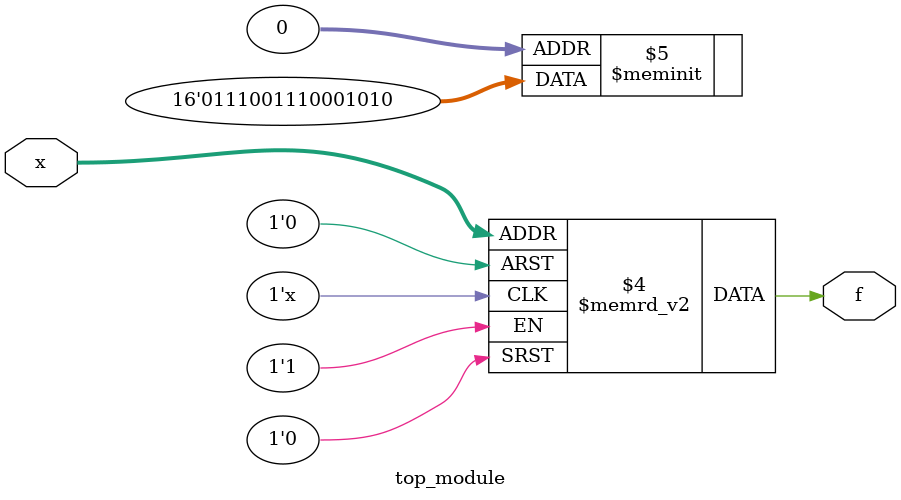
<source format=sv>
module top_module (
    input [4:1] x,
    output logic f
);

always_comb begin
    case (x)
        4'b0001, 4'b0011, 4'b0111, 4'b1000, 4'b1001: f = 1'b1;
        4'b0010, 4'b0100, 4'b1010, 4'b1011: f = 1'b0;
        4'b1100, 4'b1101, 4'b1110: f = 1'b1;
        default: f = 1'b0; // Use don't-care as 0
    endcase
end

endmodule

</source>
